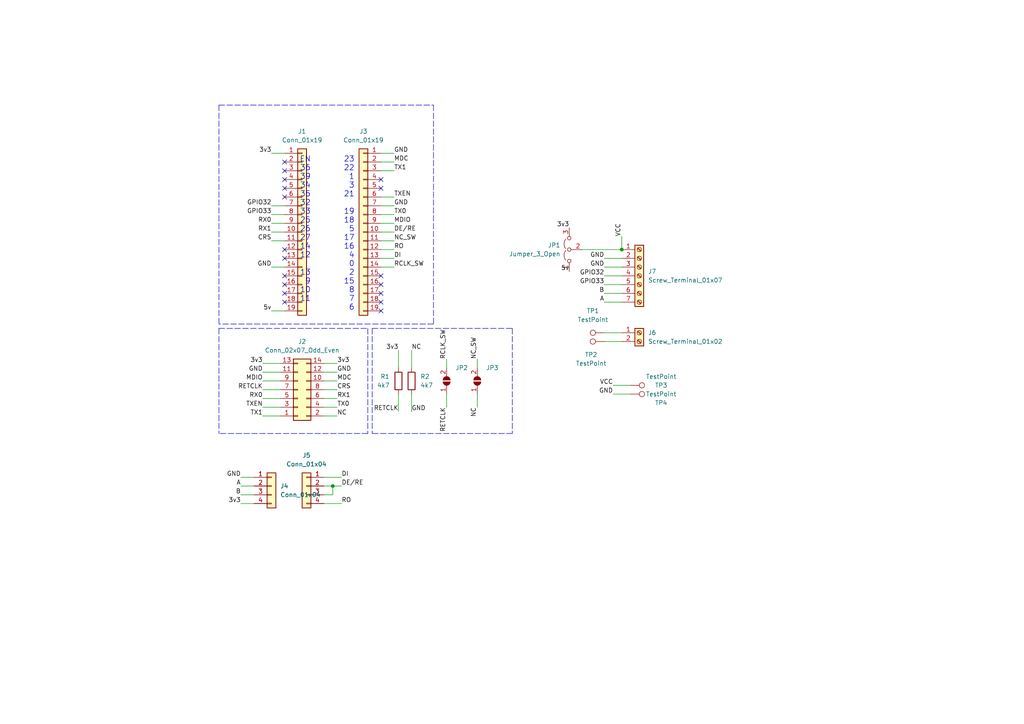
<source format=kicad_sch>
(kicad_sch (version 20211123) (generator eeschema)
  (paper "A4")
  (title_block (title "ESP32 LAN8720 RS485") (date "2023-01-15") (rev "v1.1") (company "ColossalTurtle"))
  (lib_symbols
    (symbol "Connector:Screw_Terminal_01x02" (pin_names (offset 1.016) hide)
      (property "Reference" "J" (at 0 2.54 0))
      (property "Value" "Screw_Terminal_01x02" (at 0 -5.08 0))
      (symbol "Screw_Terminal_01x02_1_1"
        (rectangle (start -1.27 1.27) (end 1.27 -3.81) (stroke (width 0.254)) (fill (type background)))
        (circle (center 0 -2.54) (radius 0.635) (stroke (width 0.1524)))
        (polyline (pts (xy -0.5334 -2.2098) (xy 0.3302 -3.048)) (stroke (width 0.1524)))
        (polyline (pts (xy -0.5334 0.3302) (xy 0.3302 -0.508)) (stroke (width 0.1524)))
        (polyline (pts (xy -0.3556 -2.032) (xy 0.508 -2.8702)) (stroke (width 0.1524)))
        (polyline (pts (xy -0.3556 0.508) (xy 0.508 -0.3302)) (stroke (width 0.1524)))
        (circle (center 0 0) (radius 0.635) (stroke (width 0.1524)))
        (pin passive line (at -5.08 0 0) (length 3.81) (name "Pin_1") (number "1"))
        (pin passive line (at -5.08 -2.54 0) (length 3.81) (name "Pin_2") (number "2"))
      )
    )
    (symbol "Connector:Screw_Terminal_01x07" (pin_names (offset 1.016) hide)
      (property "Reference" "J" (at 0 10.16 0))
      (property "Value" "Screw_Terminal_01x07" (at 0 -10.16 0))
      (symbol "Screw_Terminal_01x07_1_1"
        (rectangle (start -1.27 8.89) (end 1.27 -8.89) (stroke (width 0.254)) (fill (type background)))
        (circle (center 0 -7.62) (radius 0.635) (stroke (width 0.1524)))
        (circle (center 0 -5.08) (radius 0.635) (stroke (width 0.1524)))
        (circle (center 0 -2.54) (radius 0.635) (stroke (width 0.1524)))
        (polyline (pts (xy -0.5334 -7.2898) (xy 0.3302 -8.128)) (stroke (width 0.1524)))
        (polyline (pts (xy -0.5334 -4.7498) (xy 0.3302 -5.588)) (stroke (width 0.1524)))
        (polyline (pts (xy -0.5334 -2.2098) (xy 0.3302 -3.048)) (stroke (width 0.1524)))
        (polyline (pts (xy -0.5334 0.3302) (xy 0.3302 -0.508)) (stroke (width 0.1524)))
        (polyline (pts (xy -0.5334 2.8702) (xy 0.3302 2.032)) (stroke (width 0.1524)))
        (polyline (pts (xy -0.5334 5.4102) (xy 0.3302 4.572)) (stroke (width 0.1524)))
        (polyline (pts (xy -0.5334 7.9502) (xy 0.3302 7.112)) (stroke (width 0.1524)))
        (polyline (pts (xy -0.3556 -7.112) (xy 0.508 -7.9502)) (stroke (width 0.1524)))
        (polyline (pts (xy -0.3556 -4.572) (xy 0.508 -5.4102)) (stroke (width 0.1524)))
        (polyline (pts (xy -0.3556 -2.032) (xy 0.508 -2.8702)) (stroke (width 0.1524)))
        (polyline (pts (xy -0.3556 0.508) (xy 0.508 -0.3302)) (stroke (width 0.1524)))
        (polyline (pts (xy -0.3556 3.048) (xy 0.508 2.2098)) (stroke (width 0.1524)))
        (polyline (pts (xy -0.3556 5.588) (xy 0.508 4.7498)) (stroke (width 0.1524)))
        (polyline (pts (xy -0.3556 8.128) (xy 0.508 7.2898)) (stroke (width 0.1524)))
        (circle (center 0 0) (radius 0.635) (stroke (width 0.1524)))
        (circle (center 0 2.54) (radius 0.635) (stroke (width 0.1524)))
        (circle (center 0 5.08) (radius 0.635) (stroke (width 0.1524)))
        (circle (center 0 7.62) (radius 0.635) (stroke (width 0.1524)))
        (pin passive line (at -5.08 7.62 0) (length 3.81) (name "Pin_1") (number "1"))
        (pin passive line (at -5.08 5.08 0) (length 3.81) (name "Pin_2") (number "2"))
        (pin passive line (at -5.08 2.54 0) (length 3.81) (name "Pin_3") (number "3"))
        (pin passive line (at -5.08 0 0) (length 3.81) (name "Pin_4") (number "4"))
        (pin passive line (at -5.08 -2.54 0) (length 3.81) (name "Pin_5") (number "5"))
        (pin passive line (at -5.08 -5.08 0) (length 3.81) (name "Pin_6") (number "6"))
        (pin passive line (at -5.08 -7.62 0) (length 3.81) (name "Pin_7") (number "7"))
      )
    )
    (symbol "Connector:TestPoint" (pin_numbers hide) (pin_names (offset 0.762) hide)
      (property "Reference" "TP" (at 0 6.858 0))
      (property "Value" "TestPoint" (at 0 5.08 0))
      (symbol "TestPoint_0_1"
        (circle (center 0 3.302) (radius 0.762))
      )
      (symbol "TestPoint_1_1"
        (pin passive line (at 0 0 90) (length 2.54) (name "1") (number "1"))
      )
    )
    (symbol "Connector_Generic:Conn_01x04" (pin_names (offset 1.016) hide)
      (property "Reference" "J" (at 0 5.08 0))
      (property "Value" "Conn_01x04" (at 0 -7.62 0))
      (symbol "Conn_01x04_1_1"
        (rectangle (start -1.27 -4.953) (end 0 -5.207) (stroke (width 0.1524)))
        (rectangle (start -1.27 -2.413) (end 0 -2.667) (stroke (width 0.1524)))
        (rectangle (start -1.27 0.127) (end 0 -0.127) (stroke (width 0.1524)))
        (rectangle (start -1.27 2.667) (end 0 2.413) (stroke (width 0.1524)))
        (rectangle (start -1.27 3.81) (end 1.27 -6.35) (stroke (width 0.254)) (fill (type background)))
        (pin passive line (at -5.08 2.54 0) (length 3.81) (name "Pin_1") (number "1"))
        (pin passive line (at -5.08 0 0) (length 3.81) (name "Pin_2") (number "2"))
        (pin passive line (at -5.08 -2.54 0) (length 3.81) (name "Pin_3") (number "3"))
        (pin passive line (at -5.08 -5.08 0) (length 3.81) (name "Pin_4") (number "4"))
      )
    )
    (symbol "Connector_Generic:Conn_01x19" (pin_names (offset 1.016) hide)
      (property "Reference" "J" (at 0 25.4 0))
      (property "Value" "Conn_01x19" (at 0 -25.4 0))
      (symbol "Conn_01x19_1_1"
        (rectangle (start -1.27 -22.733) (end 0 -22.987) (stroke (width 0.1524)))
        (rectangle (start -1.27 -20.193) (end 0 -20.447) (stroke (width 0.1524)))
        (rectangle (start -1.27 -17.653) (end 0 -17.907) (stroke (width 0.1524)))
        (rectangle (start -1.27 -15.113) (end 0 -15.367) (stroke (width 0.1524)))
        (rectangle (start -1.27 -12.573) (end 0 -12.827) (stroke (width 0.1524)))
        (rectangle (start -1.27 -10.033) (end 0 -10.287) (stroke (width 0.1524)))
        (rectangle (start -1.27 -7.493) (end 0 -7.747) (stroke (width 0.1524)))
        (rectangle (start -1.27 -4.953) (end 0 -5.207) (stroke (width 0.1524)))
        (rectangle (start -1.27 -2.413) (end 0 -2.667) (stroke (width 0.1524)))
        (rectangle (start -1.27 0.127) (end 0 -0.127) (stroke (width 0.1524)))
        (rectangle (start -1.27 2.667) (end 0 2.413) (stroke (width 0.1524)))
        (rectangle (start -1.27 5.207) (end 0 4.953) (stroke (width 0.1524)))
        (rectangle (start -1.27 7.747) (end 0 7.493) (stroke (width 0.1524)))
        (rectangle (start -1.27 10.287) (end 0 10.033) (stroke (width 0.1524)))
        (rectangle (start -1.27 12.827) (end 0 12.573) (stroke (width 0.1524)))
        (rectangle (start -1.27 15.367) (end 0 15.113) (stroke (width 0.1524)))
        (rectangle (start -1.27 17.907) (end 0 17.653) (stroke (width 0.1524)))
        (rectangle (start -1.27 20.447) (end 0 20.193) (stroke (width 0.1524)))
        (rectangle (start -1.27 22.987) (end 0 22.733) (stroke (width 0.1524)))
        (rectangle (start -1.27 24.13) (end 1.27 -24.13) (stroke (width 0.254)) (fill (type background)))
        (pin passive line (at -5.08 22.86 0) (length 3.81) (name "Pin_1") (number "1"))
        (pin passive line (at -5.08 0 0) (length 3.81) (name "Pin_10") (number "10"))
        (pin passive line (at -5.08 -2.54 0) (length 3.81) (name "Pin_11") (number "11"))
        (pin passive line (at -5.08 -5.08 0) (length 3.81) (name "Pin_12") (number "12"))
        (pin passive line (at -5.08 -7.62 0) (length 3.81) (name "Pin_13") (number "13"))
        (pin passive line (at -5.08 -10.16 0) (length 3.81) (name "Pin_14") (number "14"))
        (pin passive line (at -5.08 -12.7 0) (length 3.81) (name "Pin_15") (number "15"))
        (pin passive line (at -5.08 -15.24 0) (length 3.81) (name "Pin_16") (number "16"))
        (pin passive line (at -5.08 -17.78 0) (length 3.81) (name "Pin_17") (number "17"))
        (pin passive line (at -5.08 -20.32 0) (length 3.81) (name "Pin_18") (number "18"))
        (pin passive line (at -5.08 -22.86 0) (length 3.81) (name "Pin_19") (number "19"))
        (pin passive line (at -5.08 20.32 0) (length 3.81) (name "Pin_2") (number "2"))
        (pin passive line (at -5.08 17.78 0) (length 3.81) (name "Pin_3") (number "3"))
        (pin passive line (at -5.08 15.24 0) (length 3.81) (name "Pin_4") (number "4"))
        (pin passive line (at -5.08 12.7 0) (length 3.81) (name "Pin_5") (number "5"))
        (pin passive line (at -5.08 10.16 0) (length 3.81) (name "Pin_6") (number "6"))
        (pin passive line (at -5.08 7.62 0) (length 3.81) (name "Pin_7") (number "7"))
        (pin passive line (at -5.08 5.08 0) (length 3.81) (name "Pin_8") (number "8"))
        (pin passive line (at -5.08 2.54 0) (length 3.81) (name "Pin_9") (number "9"))
      )
    )
    (symbol "Connector_Generic:Conn_02x07_Odd_Even" (pin_names (offset 1.016) hide)
      (property "Reference" "J" (at 1.27 10.16 0))
      (property "Value" "Conn_02x07_Odd_Even" (at 1.27 -10.16 0))
      (symbol "Conn_02x07_Odd_Even_1_1"
        (rectangle (start -1.27 -7.493) (end 0 -7.747) (stroke (width 0.1524)))
        (rectangle (start -1.27 -4.953) (end 0 -5.207) (stroke (width 0.1524)))
        (rectangle (start -1.27 -2.413) (end 0 -2.667) (stroke (width 0.1524)))
        (rectangle (start -1.27 0.127) (end 0 -0.127) (stroke (width 0.1524)))
        (rectangle (start -1.27 2.667) (end 0 2.413) (stroke (width 0.1524)))
        (rectangle (start -1.27 5.207) (end 0 4.953) (stroke (width 0.1524)))
        (rectangle (start -1.27 7.747) (end 0 7.493) (stroke (width 0.1524)))
        (rectangle (start -1.27 8.89) (end 3.81 -8.89) (stroke (width 0.254)) (fill (type background)))
        (rectangle (start 3.81 -7.493) (end 2.54 -7.747) (stroke (width 0.1524)))
        (rectangle (start 3.81 -4.953) (end 2.54 -5.207) (stroke (width 0.1524)))
        (rectangle (start 3.81 -2.413) (end 2.54 -2.667) (stroke (width 0.1524)))
        (rectangle (start 3.81 0.127) (end 2.54 -0.127) (stroke (width 0.1524)))
        (rectangle (start 3.81 2.667) (end 2.54 2.413) (stroke (width 0.1524)))
        (rectangle (start 3.81 5.207) (end 2.54 4.953) (stroke (width 0.1524)))
        (rectangle (start 3.81 7.747) (end 2.54 7.493) (stroke (width 0.1524)))
        (pin passive line (at -5.08 7.62 0) (length 3.81) (name "Pin_1") (number "1"))
        (pin passive line (at 7.62 -2.54 180) (length 3.81) (name "Pin_10") (number "10"))
        (pin passive line (at -5.08 -5.08 0) (length 3.81) (name "Pin_11") (number "11"))
        (pin passive line (at 7.62 -5.08 180) (length 3.81) (name "Pin_12") (number "12"))
        (pin passive line (at -5.08 -7.62 0) (length 3.81) (name "Pin_13") (number "13"))
        (pin passive line (at 7.62 -7.62 180) (length 3.81) (name "Pin_14") (number "14"))
        (pin passive line (at 7.62 7.62 180) (length 3.81) (name "Pin_2") (number "2"))
        (pin passive line (at -5.08 5.08 0) (length 3.81) (name "Pin_3") (number "3"))
        (pin passive line (at 7.62 5.08 180) (length 3.81) (name "Pin_4") (number "4"))
        (pin passive line (at -5.08 2.54 0) (length 3.81) (name "Pin_5") (number "5"))
        (pin passive line (at 7.62 2.54 180) (length 3.81) (name "Pin_6") (number "6"))
        (pin passive line (at -5.08 0 0) (length 3.81) (name "Pin_7") (number "7"))
        (pin passive line (at 7.62 0 180) (length 3.81) (name "Pin_8") (number "8"))
        (pin passive line (at -5.08 -2.54 0) (length 3.81) (name "Pin_9") (number "9"))
      )
    )
    (symbol "Device:R" (pin_numbers hide) (pin_names (offset 0))
      (property "Reference" "R" (at 2.032 0 90))
      (property "Value" "R" (at 0 0 90))
      (symbol "R_0_1"
        (rectangle (start -1.016 -2.54) (end 1.016 2.54) (stroke (width 0.254)))
      )
      (symbol "R_1_1"
        (pin passive line (at 0 3.81 270) (length 1.27) (name "~") (number "1"))
        (pin passive line (at 0 -3.81 90) (length 1.27) (name "~") (number "2"))
      )
    )
    (symbol "Jumper:Jumper_3_Open" (pin_names (offset 0) hide)
      (property "Reference" "JP" (at -2.54 -2.54 0))
      (property "Value" "Jumper_3_Open" (at 0 2.794 0))
      (symbol "Jumper_3_Open_0_0"
        (circle (center -3.302 0) (radius 0.508))
        (circle (center 0 0) (radius 0.508))
        (circle (center 3.302 0) (radius 0.508))
      )
      (symbol "Jumper_3_Open_0_1"
        (arc (start -0.254 1.016) (mid -1.651 1.4992) (end -3.048 1.016))
        (polyline (pts (xy 0 -0.508) (xy 0 -1.27)))
        (arc (start 3.048 1.016) (mid 1.651 1.4992) (end 0.254 1.016))
      )
      (symbol "Jumper_3_Open_1_1"
        (pin passive line (at -6.35 0 0) (length 2.54) (name "A") (number "1"))
        (pin passive line (at 0 -3.81 90) (length 2.54) (name "C") (number "2"))
        (pin passive line (at 6.35 0 180) (length 2.54) (name "B") (number "3"))
      )
    )
    (symbol "Jumper:SolderJumper_2_Open" (pin_names (offset 0) hide)
      (property "Reference" "JP" (at 0 2.032 0))
      (property "Value" "SolderJumper_2_Open" (at 0 -2.54 0))
      (symbol "SolderJumper_2_Open_0_1"
        (arc (start -0.254 1.016) (mid -1.27 0) (end -0.254 -1.016))
        (arc (start -0.254 1.016) (mid -1.27 0) (end -0.254 -1.016) (fill (type outline)))
        (polyline (pts (xy -0.254 1.016) (xy -0.254 -1.016)))
        (polyline (pts (xy 0.254 1.016) (xy 0.254 -1.016)))
        (arc (start 0.254 -1.016) (mid 1.27 0) (end 0.254 1.016))
        (arc (start 0.254 -1.016) (mid 1.27 0) (end 0.254 1.016) (fill (type outline)))
      )
      (symbol "SolderJumper_2_Open_1_1"
        (pin passive line (at -3.81 0 0) (length 2.54) (name "A") (number "1"))
        (pin passive line (at 3.81 0 180) (length 2.54) (name "B") (number "2"))
      )
    )
  )
  (junction (at 96.52 140.97))
  (junction (at 180.34 72.39))
  (no_connect (at 82.55 80.01))
  (no_connect (at 82.55 85.09))
  (no_connect (at 82.55 87.63))
  (no_connect (at 82.55 82.55))
  (no_connect (at 82.55 46.99))
  (no_connect (at 110.49 90.17))
  (no_connect (at 82.55 72.39))
  (no_connect (at 82.55 74.93))
  (no_connect (at 82.55 54.61))
  (no_connect (at 82.55 52.07))
  (no_connect (at 82.55 49.53))
  (no_connect (at 110.49 85.09))
  (no_connect (at 110.49 87.63))
  (no_connect (at 82.55 57.15))
  (no_connect (at 110.49 54.61))
  (no_connect (at 110.49 52.07))
  (no_connect (at 110.49 82.55))
  (no_connect (at 110.49 80.01))
  (wire (pts (xy 78.74 62.23) (xy 82.55 62.23)))
  (wire (pts (xy 177.8 111.76) (xy 182.88 111.76)))
  (wire (pts (xy 175.26 82.55) (xy 180.34 82.55)))
  (wire (pts (xy 78.74 59.69) (xy 82.55 59.69)))
  (polyline (pts (xy 125.73 30.48) (xy 125.73 93.98)))
  (wire (pts (xy 110.49 44.45) (xy 114.3 44.45)))
  (wire (pts (xy 119.38 101.6) (xy 119.38 106.68)))
  (polyline (pts (xy 63.5 95.25) (xy 106.68 95.25)))
  (polyline (pts (xy 106.68 95.25) (xy 106.68 125.73)))
  (wire (pts (xy 110.49 69.85) (xy 114.3 69.85)))
  (wire (pts (xy 69.85 143.51) (xy 73.66 143.51)))
  (polyline (pts (xy 106.68 125.73) (xy 63.5 125.73)))
  (polyline (pts (xy 148.59 95.25) (xy 148.59 125.73)))
  (wire (pts (xy 78.74 67.31) (xy 82.55 67.31)))
  (wire (pts (xy 110.49 57.15) (xy 114.3 57.15)))
  (wire (pts (xy 93.98 107.95) (xy 97.79 107.95)))
  (wire (pts (xy 175.26 77.47) (xy 180.34 77.47)))
  (wire (pts (xy 78.74 64.77) (xy 82.55 64.77)))
  (polyline (pts (xy 63.5 30.48) (xy 125.73 30.48)))
  (wire (pts (xy 110.49 49.53) (xy 114.3 49.53)))
  (wire (pts (xy 93.98 146.05) (xy 99.06 146.05)))
  (wire (pts (xy 129.54 114.3) (xy 129.54 118.11)))
  (wire (pts (xy 76.2 105.41) (xy 81.28 105.41)))
  (wire (pts (xy 78.74 77.47) (xy 82.55 77.47)))
  (polyline (pts (xy 107.95 95.25) (xy 107.95 125.73)))
  (polyline (pts (xy 125.73 93.98) (xy 63.5 93.98)))
  (wire (pts (xy 115.57 114.3) (xy 115.57 119.38)))
  (wire (pts (xy 110.49 46.99) (xy 114.3 46.99)))
  (wire (pts (xy 175.26 74.93) (xy 180.34 74.93)))
  (polyline (pts (xy 63.5 30.48) (xy 63.5 93.98)))
  (wire (pts (xy 175.26 96.52) (xy 180.34 96.52)))
  (wire (pts (xy 93.98 110.49) (xy 97.79 110.49)))
  (wire (pts (xy 78.74 90.17) (xy 82.55 90.17)))
  (wire (pts (xy 177.8 114.3) (xy 182.88 114.3)))
  (wire (pts (xy 96.52 140.97) (xy 96.52 143.51)))
  (wire (pts (xy 78.74 44.45) (xy 82.55 44.45)))
  (wire (pts (xy 168.91 72.39) (xy 180.34 72.39)))
  (wire (pts (xy 119.38 114.3) (xy 119.38 119.38)))
  (wire (pts (xy 115.57 101.6) (xy 115.57 106.68)))
  (wire (pts (xy 76.2 120.65) (xy 81.28 120.65)))
  (wire (pts (xy 93.98 118.11) (xy 97.79 118.11)))
  (wire (pts (xy 93.98 140.97) (xy 96.52 140.97)))
  (wire (pts (xy 69.85 146.05) (xy 73.66 146.05)))
  (wire (pts (xy 76.2 118.11) (xy 81.28 118.11)))
  (wire (pts (xy 76.2 110.49) (xy 81.28 110.49)))
  (wire (pts (xy 110.49 72.39) (xy 114.3 72.39)))
  (wire (pts (xy 93.98 143.51) (xy 96.52 143.51)))
  (wire (pts (xy 93.98 138.43) (xy 99.06 138.43)))
  (wire (pts (xy 180.34 68.58) (xy 180.34 72.39)))
  (wire (pts (xy 138.43 104.14) (xy 138.43 106.68)))
  (wire (pts (xy 138.43 114.3) (xy 138.43 118.11)))
  (wire (pts (xy 69.85 138.43) (xy 73.66 138.43)))
  (wire (pts (xy 76.2 113.03) (xy 81.28 113.03)))
  (wire (pts (xy 110.49 64.77) (xy 114.3 64.77)))
  (wire (pts (xy 110.49 67.31) (xy 114.3 67.31)))
  (wire (pts (xy 175.26 99.06) (xy 180.34 99.06)))
  (wire (pts (xy 110.49 59.69) (xy 114.3 59.69)))
  (wire (pts (xy 110.49 77.47) (xy 114.3 77.47)))
  (wire (pts (xy 76.2 115.57) (xy 81.28 115.57)))
  (wire (pts (xy 175.26 87.63) (xy 180.34 87.63)))
  (polyline (pts (xy 107.95 95.25) (xy 148.59 95.25)))
  (wire (pts (xy 93.98 115.57) (xy 97.79 115.57)))
  (wire (pts (xy 175.26 80.01) (xy 180.34 80.01)))
  (wire (pts (xy 96.52 140.97) (xy 99.06 140.97)))
  (wire (pts (xy 110.49 74.93) (xy 114.3 74.93)))
  (polyline (pts (xy 63.5 95.25) (xy 63.5 125.73)))
  (wire (pts (xy 69.85 140.97) (xy 73.66 140.97)))
  (wire (pts (xy 76.2 107.95) (xy 81.28 107.95)))
  (wire (pts (xy 78.74 69.85) (xy 82.55 69.85)))
  (wire (pts (xy 93.98 113.03) (xy 97.79 113.03)))
  (wire (pts (xy 175.26 85.09) (xy 180.34 85.09)))
  (polyline (pts (xy 148.59 125.73) (xy 107.95 125.73)))
  (wire (pts (xy 93.98 105.41) (xy 97.79 105.41)))
  (wire (pts (xy 129.54 104.14) (xy 129.54 106.68)))
  (wire (pts (xy 110.49 62.23) (xy 114.3 62.23)))
  (wire (pts (xy 93.98 120.65) (xy 97.79 120.65)))
  (text "23\n22\n1\n3\n21\n\n19\n18\n5\n17\n16\n4\n0\n2\n15\n8\n7\n6" (at 102.87 90.17 180) (effects (font (size 1.57 1.57)) (justify right bottom)))
  (text "EN\n36\n39\n34\n35\n32\n33\n25\n26\n27\n14\n12\n\n13\n9\n10\n11" (at 90.17 87.63 180) (effects (font (size 1.57 1.57)) (justify right bottom)))
  (label "NC" (at 119.38 101.6 0))
  (label "CRS" (at 97.79 113.03 0))
  (label "TXEN" (at 114.3 57.15 0))
  (label "DE{slash}RE" (at 99.06 140.97 0))
  (label "GPIO32" (at 175.26 80.01 180))
  (label "DE{slash}RE" (at 114.3 67.31 0))
  (label "GND" (at 177.8 114.3 180))
  (label "GND" (at 119.38 119.38 0))
  (label "NC_SW" (at 114.3 69.85 0))
  (label "TXEN" (at 76.2 118.11 180))
  (label "3v3" (at 97.79 105.41 0))
  (label "RCLK_SW" (at 114.3 77.47 0))
  (label "RETCLK" (at 115.57 119.38 180))
  (label "GND" (at 76.2 107.95 180))
  (label "GND" (at 69.85 138.43 180))
  (label "GPIO32" (at 78.74 59.69 180))
  (label "TX1" (at 76.2 120.65 180))
  (label "NC" (at 138.43 118.11 270))
  (label "3v3" (at 78.74 44.45 180))
  (label "RETCLK" (at 129.54 118.11 270))
  (label "RX1" (at 78.74 67.31 180))
  (label "DI" (at 99.06 138.43 0))
  (label "5v" (at 78.74 90.17 180))
  (label "TX0" (at 97.79 118.11 0))
  (label "GND" (at 78.74 77.47 180))
  (label "A" (at 69.85 140.97 180))
  (label "NC_SW" (at 138.43 104.14 90))
  (label "RETCLK" (at 76.2 113.03 180))
  (label "RO" (at 114.3 72.39 0))
  (label "GND" (at 114.3 59.69 0))
  (label "MDC" (at 97.79 110.49 0))
  (label "GND" (at 97.79 107.95 0))
  (label "RX0" (at 76.2 115.57 180))
  (label "A" (at 175.26 87.63 180))
  (label "VCC" (at 180.34 68.58 90))
  (label "DI" (at 114.3 74.93 0))
  (label "3v3" (at 69.85 146.05 180))
  (label "GPIO33" (at 78.74 62.23 180))
  (label "RX1" (at 97.79 115.57 0))
  (label "CRS" (at 78.74 69.85 180))
  (label "MDC" (at 114.3 46.99 0))
  (label "MDIO" (at 114.3 64.77 0))
  (label "GND" (at 175.26 74.93 180))
  (label "RO" (at 99.06 146.05 0))
  (label "5v" (at 165.1 78.74 180))
  (label "VCC" (at 177.8 111.76 180))
  (label "GND" (at 175.26 77.47 180))
  (label "GPIO33" (at 175.26 82.55 180))
  (label "3v3" (at 76.2 105.41 180))
  (label "3v3" (at 165.1 66.04 180))
  (label "NC" (at 97.79 120.65 0))
  (label "TX1" (at 114.3 49.53 0))
  (label "3v3" (at 115.57 101.6 180))
  (label "TX0" (at 114.3 62.23 0))
  (label "B" (at 69.85 143.51 180))
  (label "RX0" (at 78.74 64.77 180))
  (label "GND" (at 114.3 44.45 0))
  (label "RCLK_SW" (at 129.54 104.14 90))
  (label "B" (at 175.26 85.09 180))
  (label "MDIO" (at 76.2 110.49 180))
  (symbol (lib_id "Device:R") (at 115.57 110.49 0) (mirror x) (unit 1)
    (property "Reference" "R1" (at 113.03 109.2199 0) (effects (justify right)))
    (property "Value" "4k7" (at 113.03 111.7599 0) (effects (justify right)))
    (property "Footprint" "Resistor_SMD:R_1206_3216Metric" (effects hide))
  )
  (symbol (lib_id "Connector_Generic:Conn_02x07_Odd_Even") (at 86.36 113.03 0) (mirror x) (unit 1)
    (property "Reference" "J2" (at 87.63 99.06 0))
    (property "Value" "Conn_02x07_Odd_Even" (at 87.63 101.6 0))
    (property "Footprint" "ct:PinSocket_2x07_P2.54_Vertical_Hybrid_SMD_THT_DBLSIDED" (effects hide))
  )
  (symbol (lib_id "Connector:TestPoint") (at 175.26 99.06 90) (unit 1)
    (property "Reference" "TP2" (at 171.45 102.87 90))
    (property "Value" "TestPoint" (at 171.45 105.41 90))
    (property "Footprint" "TestPoint:TestPoint_THTPad_D2.5mm_Drill1.2mm" (effects hide))
  )
  (symbol (lib_id "Connector:Screw_Terminal_01x02") (at 185.42 96.52 0) (unit 1)
    (property "Reference" "J6" (at 187.96 96.5199 0) (effects (justify left)))
    (property "Value" "Screw_Terminal_01x02" (at 187.96 99.0599 0) (effects (justify left)))
    (property "Footprint" "TerminalBlock_MetzConnect:TerminalBlock_MetzConnect_Type171_RT13702HBWC_1x02_P7.50mm_Horizontal" (effects hide))
  )
  (symbol (lib_id "Connector_Generic:Conn_01x19") (at 87.63 67.31 0) (unit 1)
    (property "Reference" "J1" (at 87.63 38.1 0))
    (property "Value" "Conn_01x19" (at 87.63 40.64 0))
    (property "Footprint" "Connector_PinSocket_2.54mm:PinSocket_1x19_P2.54mm_Vertical" (effects hide))
  )
  (symbol (lib_id "Connector:TestPoint") (at 175.26 96.52 90) (unit 1)
    (property "Reference" "TP1" (at 171.958 90.17 90))
    (property "Value" "TestPoint" (at 171.958 92.71 90))
    (property "Footprint" "TestPoint:TestPoint_THTPad_D2.5mm_Drill1.2mm" (effects hide))
  )
  (symbol (lib_id "Connector:TestPoint") (at 182.88 111.76 270) (unit 1)
    (property "Reference" "TP3" (at 191.77 111.76 90))
    (property "Value" "TestPoint" (at 191.77 109.22 90))
    (property "Footprint" "TestPoint:TestPoint_THTPad_D2.0mm_Drill1.0mm" (effects hide))
  )
  (symbol (lib_id "Connector_Generic:Conn_01x04") (at 88.9 140.97 0) (mirror y) (unit 1)
    (property "Reference" "J5" (at 88.9 132.08 0))
    (property "Value" "Conn_01x04" (at 88.9 134.62 0))
    (property "Footprint" "Connector_PinSocket_2.54mm:PinSocket_1x04_P2.54mm_Vertical" (effects hide))
  )
  (symbol (lib_id "Jumper:SolderJumper_2_Open") (at 138.43 110.49 90) (unit 1)
    (property "Reference" "JP3" (at 140.97 106.68 90) (effects (justify right)))
    (property "Value" "SolderJumper_2_Open" (effects hide))
    (property "Footprint" "Jumper:SolderJumper-2_P1.3mm_Open_RoundedPad1.0x1.5mm" (effects hide))
  )
  (symbol (lib_id "Connector_Generic:Conn_01x19") (at 105.41 67.31 0) (mirror y) (unit 1)
    (property "Reference" "J3" (at 105.41 38.1 0))
    (property "Value" "Conn_01x19" (at 105.41 40.64 0))
    (property "Footprint" "Connector_PinSocket_2.54mm:PinSocket_1x19_P2.54mm_Vertical" (effects hide))
  )
  (symbol (lib_id "Device:R") (at 119.38 110.49 0) (unit 1)
    (property "Reference" "R2" (at 121.92 109.2199 0) (effects (justify left)))
    (property "Value" "4k7" (at 121.92 111.7599 0) (effects (justify left)))
    (property "Footprint" "Resistor_SMD:R_1206_3216Metric" (effects hide))
  )
  (symbol (lib_id "Connector_Generic:Conn_01x04") (at 78.74 140.97 0) (unit 1)
    (property "Reference" "J4" (at 81.28 140.9699 0) (effects (justify left)))
    (property "Value" "Conn_01x04" (at 81.28 143.5099 0) (effects (justify left)))
    (property "Footprint" "Connector_PinSocket_2.54mm:PinSocket_1x04_P2.54mm_Vertical" (effects hide))
  )
  (symbol (lib_id "Jumper:Jumper_3_Open") (at 165.1 72.39 90) (unit 1)
    (property "Reference" "JP1" (at 162.56 71.1199 90) (effects (justify left)))
    (property "Value" "Jumper_3_Open" (at 162.56 73.6599 90) (effects (justify left)))
    (property "Footprint" "Connector_PinHeader_2.54mm:PinHeader_1x03_P2.54mm_Vertical" (effects hide))
  )
  (symbol (lib_id "Connector:TestPoint") (at 182.88 114.3 270) (unit 1)
    (property "Reference" "TP4" (at 191.77 116.84 90))
    (property "Value" "TestPoint" (at 191.77 114.3 90))
    (property "Footprint" "TestPoint:TestPoint_THTPad_D2.0mm_Drill1.0mm" (effects hide))
  )
  (symbol (lib_id "Jumper:SolderJumper_2_Open") (at 129.54 110.49 90) (unit 1)
    (property "Reference" "JP2" (at 132.08 106.68 90) (effects (justify right)))
    (property "Value" "SolderJumper_2_Open" (effects hide))
    (property "Footprint" "Jumper:SolderJumper-2_P1.3mm_Open_RoundedPad1.0x1.5mm" (effects hide))
  )
  (symbol (lib_id "Connector:Screw_Terminal_01x07") (at 185.42 80.01 0) (unit 1)
    (property "Reference" "J7" (at 187.96 78.7399 0) (effects (justify left)))
    (property "Value" "Screw_Terminal_01x07" (at 187.96 81.2799 0) (effects (justify left)))
    (property "Footprint" "TerminalBlock_RND:TerminalBlock_RND_205-00050_1x07_P5.00mm_Horizontal" (effects hide))
  )
)
</source>
